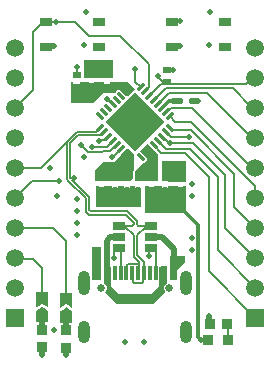
<source format=gtl>
G04*
G04 #@! TF.GenerationSoftware,Altium Limited,Altium Designer,23.4.1 (23)*
G04*
G04 Layer_Physical_Order=1*
G04 Layer_Color=255*
%FSLAX44Y44*%
%MOMM*%
G71*
G04*
G04 #@! TF.SameCoordinates,DEFA907D-C73D-477E-9BAD-7C3FCEA48035*
G04*
G04*
G04 #@! TF.FilePolarity,Positive*
G04*
G01*
G75*
%ADD10C,0.2000*%
%ADD15R,0.3000X1.1500*%
%ADD16R,0.6000X1.1500*%
%ADD17R,0.9906X0.7112*%
G04:AMPARAMS|DCode=18|XSize=0.5mm|YSize=0.6mm|CornerRadius=0.0375mm|HoleSize=0mm|Usage=FLASHONLY|Rotation=270.000|XOffset=0mm|YOffset=0mm|HoleType=Round|Shape=RoundedRectangle|*
%AMROUNDEDRECTD18*
21,1,0.5000,0.5250,0,0,270.0*
21,1,0.4250,0.6000,0,0,270.0*
1,1,0.0750,-0.2625,-0.2125*
1,1,0.0750,-0.2625,0.2125*
1,1,0.0750,0.2625,0.2125*
1,1,0.0750,0.2625,-0.2125*
%
%ADD18ROUNDEDRECTD18*%
G04:AMPARAMS|DCode=19|XSize=0.8mm|YSize=0.9mm|CornerRadius=0.06mm|HoleSize=0mm|Usage=FLASHONLY|Rotation=270.000|XOffset=0mm|YOffset=0mm|HoleType=Round|Shape=RoundedRectangle|*
%AMROUNDEDRECTD19*
21,1,0.8000,0.7800,0,0,270.0*
21,1,0.6800,0.9000,0,0,270.0*
1,1,0.1200,-0.3900,-0.3400*
1,1,0.1200,-0.3900,0.3400*
1,1,0.1200,0.3900,0.3400*
1,1,0.1200,0.3900,-0.3400*
%
%ADD19ROUNDEDRECTD19*%
G04:AMPARAMS|DCode=20|XSize=0.5mm|YSize=0.5mm|CornerRadius=0.0625mm|HoleSize=0mm|Usage=FLASHONLY|Rotation=270.000|XOffset=0mm|YOffset=0mm|HoleType=Round|Shape=RoundedRectangle|*
%AMROUNDEDRECTD20*
21,1,0.5000,0.3750,0,0,270.0*
21,1,0.3750,0.5000,0,0,270.0*
1,1,0.1250,-0.1875,-0.1875*
1,1,0.1250,-0.1875,0.1875*
1,1,0.1250,0.1875,0.1875*
1,1,0.1250,0.1875,-0.1875*
%
%ADD20ROUNDEDRECTD20*%
G04:AMPARAMS|DCode=21|XSize=0.5mm|YSize=0.5mm|CornerRadius=0.0625mm|HoleSize=0mm|Usage=FLASHONLY|Rotation=180.000|XOffset=0mm|YOffset=0mm|HoleType=Round|Shape=RoundedRectangle|*
%AMROUNDEDRECTD21*
21,1,0.5000,0.3750,0,0,180.0*
21,1,0.3750,0.5000,0,0,180.0*
1,1,0.1250,-0.1875,0.1875*
1,1,0.1250,0.1875,0.1875*
1,1,0.1250,0.1875,-0.1875*
1,1,0.1250,-0.1875,-0.1875*
%
%ADD21ROUNDEDRECTD21*%
G04:AMPARAMS|DCode=22|XSize=0.6mm|YSize=1.1mm|CornerRadius=0.045mm|HoleSize=0mm|Usage=FLASHONLY|Rotation=270.000|XOffset=0mm|YOffset=0mm|HoleType=Round|Shape=RoundedRectangle|*
%AMROUNDEDRECTD22*
21,1,0.6000,1.0100,0,0,270.0*
21,1,0.5100,1.1000,0,0,270.0*
1,1,0.0900,-0.5050,-0.2550*
1,1,0.0900,-0.5050,0.2550*
1,1,0.0900,0.5050,0.2550*
1,1,0.0900,0.5050,-0.2550*
%
%ADD22ROUNDEDRECTD22*%
G04:AMPARAMS|DCode=23|XSize=0.8mm|YSize=0.9mm|CornerRadius=0.06mm|HoleSize=0mm|Usage=FLASHONLY|Rotation=0.000|XOffset=0mm|YOffset=0mm|HoleType=Round|Shape=RoundedRectangle|*
%AMROUNDEDRECTD23*
21,1,0.8000,0.7800,0,0,0.0*
21,1,0.6800,0.9000,0,0,0.0*
1,1,0.1200,0.3400,-0.3900*
1,1,0.1200,-0.3400,-0.3900*
1,1,0.1200,-0.3400,0.3900*
1,1,0.1200,0.3400,0.3900*
%
%ADD23ROUNDEDRECTD23*%
G04:AMPARAMS|DCode=24|XSize=0.9mm|YSize=0.8mm|CornerRadius=0.06mm|HoleSize=0mm|Usage=FLASHONLY|Rotation=180.000|XOffset=0mm|YOffset=0mm|HoleType=Round|Shape=RoundedRectangle|*
%AMROUNDEDRECTD24*
21,1,0.9000,0.6800,0,0,180.0*
21,1,0.7800,0.8000,0,0,180.0*
1,1,0.1200,-0.3900,0.3400*
1,1,0.1200,0.3900,0.3400*
1,1,0.1200,0.3900,-0.3400*
1,1,0.1200,-0.3900,-0.3400*
%
%ADD24ROUNDEDRECTD24*%
G04:AMPARAMS|DCode=25|XSize=0.27mm|YSize=0.81mm|CornerRadius=0.0338mm|HoleSize=0mm|Usage=FLASHONLY|Rotation=135.000|XOffset=0mm|YOffset=0mm|HoleType=Round|Shape=RoundedRectangle|*
%AMROUNDEDRECTD25*
21,1,0.2700,0.7425,0,0,135.0*
21,1,0.2025,0.8100,0,0,135.0*
1,1,0.0675,0.1909,0.3341*
1,1,0.0675,0.3341,0.1909*
1,1,0.0675,-0.1909,-0.3341*
1,1,0.0675,-0.3341,-0.1909*
%
%ADD25ROUNDEDRECTD25*%
G04:AMPARAMS|DCode=26|XSize=0.81mm|YSize=0.27mm|CornerRadius=0.0338mm|HoleSize=0mm|Usage=FLASHONLY|Rotation=135.000|XOffset=0mm|YOffset=0mm|HoleType=Round|Shape=RoundedRectangle|*
%AMROUNDEDRECTD26*
21,1,0.8100,0.2025,0,0,135.0*
21,1,0.7425,0.2700,0,0,135.0*
1,1,0.0675,-0.1909,0.3341*
1,1,0.0675,0.3341,-0.1909*
1,1,0.0675,0.1909,-0.3341*
1,1,0.0675,-0.3341,0.1909*
%
%ADD26ROUNDEDRECTD26*%
%ADD47R,1.0000X0.9000*%
%ADD48P,4.9498X4X180.0*%
%ADD49C,0.1764*%
%ADD50C,0.3000*%
%ADD51C,0.5000*%
%ADD52C,0.2032*%
%ADD53C,1.5000*%
%ADD54R,1.5000X1.5000*%
%ADD55O,1.0000X2.1000*%
%ADD56O,1.0000X1.9000*%
%ADD57C,0.6500*%
%ADD58C,0.5000*%
G36*
X41910Y85090D02*
X35560Y78740D01*
Y69850D01*
X29210D01*
Y90170D01*
X41910D01*
Y85090D01*
D02*
G37*
G36*
X-29210Y69850D02*
X-36830D01*
Y97790D01*
X-29210D01*
Y69850D01*
D02*
G37*
G36*
X26670Y66955D02*
X26341Y66819D01*
X25070Y65547D01*
X24381Y63886D01*
Y62088D01*
X25070Y60427D01*
X25603Y59893D01*
X15240Y49530D01*
X-15240D01*
X-25602Y59892D01*
X-25067Y60427D01*
X-24379Y62088D01*
Y63886D01*
X-25067Y65547D01*
X-26339Y66819D01*
X-26670Y66956D01*
Y81280D01*
X-20320D01*
Y64770D01*
X-13970Y58420D01*
X13970D01*
X20320Y64770D01*
Y81280D01*
X26670D01*
Y66955D01*
D02*
G37*
G36*
X-73741Y46911D02*
X-75741Y48161D01*
X-78741Y50161D01*
X-81741Y48161D01*
X-83741Y46911D01*
Y51911D01*
X-73741D01*
Y46911D01*
D02*
G37*
G36*
X-53420Y46490D02*
X-55420Y47740D01*
X-58420Y49740D01*
X-61420Y47740D01*
X-63420Y46490D01*
Y51490D01*
X-53420D01*
Y46490D01*
D02*
G37*
G36*
X-75741Y45411D02*
X-73741Y44161D01*
Y41911D01*
X-83741D01*
Y44161D01*
X-81741Y45411D01*
X-78741Y47411D01*
X-75741Y45411D01*
D02*
G37*
G36*
X-55420Y44990D02*
X-53420Y43740D01*
Y41490D01*
X-63420D01*
Y43740D01*
X-61420Y44990D01*
X-58420Y46990D01*
X-55420Y44990D01*
D02*
G37*
G36*
X-19050Y241300D02*
X-43180D01*
Y256540D01*
X-19050D01*
Y241300D01*
D02*
G37*
G36*
X-635Y231775D02*
X-6350Y226060D01*
X-7620D01*
X-10160Y228600D01*
X-10812D01*
X-12916Y230704D01*
X-13441Y231055D01*
X-14060Y231178D01*
X-14680Y231055D01*
X-15205Y230704D01*
X-16637Y229272D01*
X-16988Y228747D01*
X-17017Y228600D01*
X-26670D01*
X-35560Y219710D01*
X-54610D01*
Y237490D01*
X-52530D01*
Y236180D01*
X-46530D01*
Y237490D01*
X-38830D01*
Y236760D01*
X-34830D01*
Y237490D01*
X-26630D01*
Y235760D01*
X-21630D01*
Y237490D01*
X-6350D01*
X-635Y231775D01*
D02*
G37*
G36*
X19050Y176530D02*
X19050Y153670D01*
X5080Y153670D01*
Y154130D01*
X80D01*
X-543Y155142D01*
Y162017D01*
X6432Y168992D01*
X6729Y168933D01*
X7348Y169056D01*
X7873Y169407D01*
X9305Y170839D01*
X9656Y171364D01*
X9779Y171983D01*
X9720Y172280D01*
X10160Y172720D01*
X3810Y179070D01*
X10160Y185420D01*
X19050Y176530D01*
D02*
G37*
G36*
X-1270D02*
Y163203D01*
X-1500Y162973D01*
X-1896Y162017D01*
Y156814D01*
X-4580Y154130D01*
X-9580D01*
Y154130D01*
X-14740D01*
Y154130D01*
X-19740D01*
Y154130D01*
X-21010Y154130D01*
X-33928D01*
Y162922D01*
X-26670Y170180D01*
X-17780D01*
X-6350Y181610D01*
X-1270Y176530D01*
D02*
G37*
G36*
X43180Y153130D02*
X27940D01*
Y154130D01*
X22940D01*
X22860Y155367D01*
Y170910D01*
X43180D01*
Y153130D01*
D02*
G37*
G36*
X42545Y127000D02*
X8255D01*
Y149860D01*
X12010D01*
Y149130D01*
X16010D01*
Y149860D01*
X22940D01*
Y148130D01*
X27940D01*
Y149860D01*
X36100D01*
Y149130D01*
X40100D01*
Y149860D01*
X42545D01*
Y127000D01*
D02*
G37*
G36*
X80Y148130D02*
X5080D01*
Y132080D01*
X-33020D01*
Y149860D01*
X-30670D01*
Y149130D01*
X-26670D01*
Y149860D01*
X-19740D01*
Y148130D01*
X-14740D01*
Y149860D01*
X-9580D01*
Y148130D01*
X-4580D01*
Y149860D01*
X80D01*
Y148130D01*
D02*
G37*
D10*
X25795Y181201D02*
X46129D01*
X69850Y95250D02*
Y157480D01*
X46129Y181201D02*
X69850Y157480D01*
X29593Y185951D02*
X48999D01*
X76200Y114299D02*
Y158750D01*
X48999Y185951D02*
X76200Y158750D01*
Y114299D02*
X101600Y88899D01*
X69850Y95250D02*
X101600Y63500D01*
X41910Y177800D02*
X62230Y157480D01*
Y77470D02*
X101600Y38100D01*
X62230Y77470D02*
Y157480D01*
X-69849Y114299D02*
X-58419Y102869D01*
Y54989D02*
Y102869D01*
X31477Y196732D02*
X47108D01*
X83820Y160020D01*
Y132079D02*
Y160020D01*
Y132079D02*
X101600Y114299D01*
X26670Y236300D02*
X93928D01*
X19050Y241758D02*
X24130Y236678D01*
Y236300D02*
Y236678D01*
X21972Y236300D02*
X24130D01*
X26670D01*
X19050Y241758D02*
Y242570D01*
X0Y238109D02*
Y248920D01*
X4820Y233289D02*
Y233289D01*
X0Y238109D02*
X4820Y233289D01*
X-101600Y114299D02*
X-69849D01*
X-101600Y88899D02*
X-100331Y87630D01*
X-86360D01*
X-78740Y55410D02*
Y80010D01*
X-86360Y87630D02*
X-78740Y80010D01*
X-58420Y12708D02*
X-58419Y12709D01*
X-23253Y191570D02*
X-22758D01*
X-26335Y188487D02*
X-23253Y191570D01*
X-29906Y188487D02*
X-26335D01*
X-30480Y187913D02*
X-29906Y188487D01*
X-36830Y182880D02*
X-24377D01*
X-45720Y184150D02*
X-39700Y178130D01*
X-28512D01*
X-27573Y179070D02*
X-21610D01*
X-28512Y178130D02*
X-27573Y179070D01*
X-19222Y188034D02*
X-19222D01*
X-24377Y182880D02*
X-19222Y188034D01*
X-49530Y243680D02*
Y250190D01*
X18962Y188034D02*
X25795Y181201D01*
X27542Y186525D02*
X29019D01*
X29593Y185951D01*
X22497Y191570D02*
X27542Y186525D01*
X-24130Y223520D02*
X-23863D01*
X-19490Y219147D01*
X-19222D01*
X19457D02*
X28909Y228600D01*
X60960D02*
X99060Y190500D01*
X28909Y228600D02*
X60960D01*
X15921Y222683D02*
X25649Y232410D01*
X82550D02*
X99060Y215900D01*
X25649Y232410D02*
X82550D01*
X11891Y226218D02*
X21972Y236300D01*
X98928Y241300D02*
X101600D01*
X93928Y236300D02*
X98928Y241300D01*
X18962Y219147D02*
X19457D01*
X48260Y215900D02*
X99061Y165099D01*
X30352Y215900D02*
X48260D01*
X26528Y212076D02*
X30352Y215900D01*
X26033Y212076D02*
X26528D01*
X-21610Y179070D02*
X-16182Y184499D01*
X78140Y19800D02*
X78890Y19050D01*
X78140Y19800D02*
Y32770D01*
X77890Y33020D02*
X78140Y32770D01*
X-15665Y97180D02*
X-13500D01*
X-17665Y89015D02*
Y95180D01*
X-15665Y97180D01*
X-17780Y88900D02*
X-17665Y89015D01*
X13430Y97180D02*
X13500D01*
X11430Y95180D02*
X13430Y97180D01*
X11430Y90170D02*
Y95180D01*
X17500Y75614D02*
Y97180D01*
X-12499Y75614D02*
Y96179D01*
X13500Y97180D02*
X17500D01*
X-13500D02*
X-12499Y96179D01*
X99061Y165099D02*
X101600D01*
X99060Y190500D02*
X101600D01*
X99060Y215900D02*
X101600D01*
X15426Y222683D02*
X15921D01*
X22125Y177800D02*
X41910D01*
X15426Y184499D02*
X22125Y177800D01*
X29568Y198641D02*
X31477Y196732D01*
X-16182Y184499D02*
X-15687D01*
D15*
X17500Y75614D02*
D03*
X-17501D02*
D03*
X-12499D02*
D03*
X-7500D02*
D03*
X-2499D02*
D03*
X2500D02*
D03*
X7501D02*
D03*
X12499D02*
D03*
D16*
X-31999D02*
D03*
X-24001D02*
D03*
X24000D02*
D03*
X31999D02*
D03*
D17*
X30840Y288880D02*
D03*
X75840D02*
D03*
X30840Y267380D02*
D03*
X75840D02*
D03*
X-75840Y288880D02*
D03*
X-30840D02*
D03*
X-75840Y267380D02*
D03*
X-30840D02*
D03*
D18*
X-49530Y243680D02*
D03*
Y233680D02*
D03*
X26670Y247650D02*
D03*
Y237650D02*
D03*
D19*
X-36830Y246260D02*
D03*
Y231260D02*
D03*
X14010Y143630D02*
D03*
Y158630D02*
D03*
X-28670Y143630D02*
D03*
Y158630D02*
D03*
X38100Y143630D02*
D03*
Y158630D02*
D03*
X-78740Y28130D02*
D03*
Y13130D02*
D03*
X-58419Y27709D02*
D03*
Y12709D02*
D03*
D20*
X-24130Y243760D02*
D03*
Y233760D02*
D03*
X25440Y146130D02*
D03*
Y156130D02*
D03*
X2580D02*
D03*
Y146130D02*
D03*
X-7080Y156130D02*
D03*
Y146130D02*
D03*
X-17240Y156130D02*
D03*
Y146130D02*
D03*
D21*
X48100Y221930D02*
D03*
X38100D02*
D03*
D22*
X13500Y97180D02*
D03*
Y106680D02*
D03*
Y116180D02*
D03*
X-13500D02*
D03*
Y106680D02*
D03*
Y97180D02*
D03*
D23*
X62890Y33020D02*
D03*
X77890D02*
D03*
D24*
X78890Y19050D02*
D03*
X61890D02*
D03*
D25*
X29568Y208540D02*
D03*
X26033Y212076D02*
D03*
X22497Y215612D02*
D03*
X18962Y219147D02*
D03*
X15426Y222683D02*
D03*
X11891Y226218D02*
D03*
X8355Y229754D02*
D03*
X4820Y233289D02*
D03*
X-29829Y198641D02*
D03*
X-26293Y195105D02*
D03*
X-22758Y191570D02*
D03*
X-19222Y188034D02*
D03*
X-15687Y184499D02*
D03*
X-12151Y180963D02*
D03*
X-8615Y177428D02*
D03*
X-5080Y173892D02*
D03*
D26*
X4820D02*
D03*
X8355Y177428D02*
D03*
X11891Y180963D02*
D03*
X15426Y184499D02*
D03*
X18962Y188034D02*
D03*
X22497Y191570D02*
D03*
X26033Y195105D02*
D03*
X29568Y198641D02*
D03*
X-5080Y233289D02*
D03*
X-8615Y229754D02*
D03*
X-12151Y226218D02*
D03*
X-15687Y222683D02*
D03*
X-19222Y219147D02*
D03*
X-22758Y215612D02*
D03*
X-26293Y212076D02*
D03*
X-29829Y208540D02*
D03*
D47*
X-78740Y55410D02*
D03*
Y38410D02*
D03*
X-58419Y54989D02*
D03*
Y37989D02*
D03*
D48*
X-130Y203591D02*
D03*
D49*
X26033Y195105D02*
X26344D01*
X29863Y191586D02*
X45536D01*
X26344Y195105D02*
X29863Y191586D01*
X29568Y208540D02*
X33824Y204285D01*
Y204285D02*
X47175D01*
X101600Y149860D01*
Y139699D02*
Y149860D01*
X-86360Y279757D02*
X-77827Y288290D01*
X-86360Y231140D02*
Y279757D01*
X-12700Y276860D02*
X11430Y252730D01*
X8355Y230415D02*
X11430Y233490D01*
X8355Y229754D02*
Y230415D01*
X11430Y233490D02*
Y252730D01*
X-77827Y288290D02*
X-67310D01*
X-39370Y276860D02*
X-12700D01*
X-67310Y288290D02*
X-50800D01*
X-39370Y276860D01*
X-101600Y215900D02*
X-86360Y231140D01*
X30840Y288880D02*
X31520Y289560D01*
X38100D01*
X-53340Y154940D02*
X-38876Y140476D01*
X-56756Y154064D02*
X-41910Y139219D01*
X-55004Y156604D02*
X-54610Y156210D01*
X-55004Y156604D02*
Y185814D01*
X-13500Y116180D02*
X-2551D01*
X2551D02*
X13500D01*
X-58039Y155347D02*
X-56756Y154064D01*
X-58039Y155347D02*
Y187071D01*
X-101600Y139699D02*
X-87629Y153670D01*
X-64770D01*
X-101600Y165099D02*
X-80011D01*
X-58039Y187071D01*
X-55004Y185814D02*
X-48273Y192546D01*
X-29515D01*
X-30372Y198641D02*
X-29829D01*
X-29515Y192546D02*
X-26955Y195105D01*
X-26293D01*
X-58039Y187071D02*
X-49530Y195580D01*
X-33433D02*
X-30372Y198641D01*
X-49530Y195580D02*
X-33433D01*
X-41910Y128047D02*
X-39099Y125236D01*
X-38876Y129304D02*
X-37842Y128270D01*
X-38876Y129304D02*
Y140476D01*
X-41910Y128047D02*
Y139219D01*
X-39099Y125236D02*
X-7973D01*
X-37842Y128270D02*
X-6716D01*
X2934Y82550D02*
Y85484D01*
X-1517Y89936D02*
X2934Y85484D01*
X1988Y83496D02*
X2934Y82550D01*
X-1517Y89936D02*
Y107950D01*
X-6885Y82463D02*
X-5851Y83496D01*
X1988D01*
X2934Y76049D02*
Y82550D01*
X2500Y75614D02*
X2934Y76049D01*
X-6885Y76229D02*
Y82463D01*
X-7500Y75614D02*
X-6885Y76229D01*
X-8865Y115298D02*
X-1517Y107950D01*
X-13500Y116180D02*
X-12618Y115298D01*
X-8865D01*
X12618D02*
X13500Y116180D01*
X8865Y115298D02*
X12618D01*
X1517Y91193D02*
Y107950D01*
X8865Y115298D01*
X1517Y91193D02*
X7501Y85209D01*
Y75614D02*
Y85209D01*
X6883Y74996D02*
X7501Y75614D01*
X6883Y68550D02*
Y74996D01*
X5849Y67516D02*
X6883Y68550D01*
X-2099D02*
X-1066Y67516D01*
X5849D01*
X-2499Y75614D02*
X-2099Y75214D01*
Y68550D02*
Y75214D01*
X-2551Y116180D02*
X-1517Y117214D01*
X-6716Y128270D02*
X1517Y120036D01*
Y117214D02*
Y120036D01*
X-7973Y125236D02*
X-1517Y118780D01*
Y117214D02*
Y118780D01*
X1517Y117214D02*
X2551Y116180D01*
D50*
X38100Y132080D02*
X53340Y116840D01*
Y21807D02*
Y116840D01*
Y21807D02*
X55880Y19267D01*
Y19050D02*
Y19267D01*
X31846Y247650D02*
X31872Y247676D01*
X26670Y247650D02*
X31846D01*
X22497Y215612D02*
X28433Y221547D01*
X31367D01*
X31750Y221930D01*
D51*
X62230Y33680D02*
X62890Y33020D01*
X62230Y33680D02*
Y39370D01*
X-75840Y267380D02*
X-75250Y267970D01*
X-68580D01*
X30840Y267380D02*
X31430Y267970D01*
X38100D01*
X-58419Y27709D02*
Y37989D01*
X-78740Y28130D02*
Y38410D01*
X-58420Y6350D02*
Y12708D01*
X-78740Y6350D02*
Y13130D01*
X22860Y106680D02*
X33020Y96520D01*
X13500Y106680D02*
X22860D01*
X31750Y83820D02*
X33020Y85090D01*
Y96520D01*
X31830Y221850D02*
X38100D01*
X31750Y221930D02*
X31830Y221850D01*
X48100Y221930D02*
X53340D01*
X-24050Y103251D02*
X-21121Y106180D01*
X-14000D01*
X-24050Y75663D02*
Y103251D01*
Y75663D02*
X-24001Y75614D01*
X-14000Y106180D02*
X-13500Y106680D01*
D52*
X-19332Y175207D02*
X-17908D01*
X-19900Y174639D02*
X-19332Y175207D01*
X-17908D02*
X-12151Y180963D01*
D53*
X-101600Y165099D02*
D03*
Y114299D02*
D03*
Y88899D02*
D03*
X-101600Y63500D02*
D03*
X-101600Y139699D02*
D03*
X-101600Y190500D02*
D03*
Y215900D02*
D03*
Y241300D02*
D03*
Y266700D02*
D03*
X101600Y215900D02*
D03*
Y190500D02*
D03*
X101600Y139699D02*
D03*
X101600Y63500D02*
D03*
X101600Y88899D02*
D03*
Y114299D02*
D03*
Y165099D02*
D03*
X101600Y241300D02*
D03*
Y266700D02*
D03*
D54*
X-101600Y38100D02*
D03*
X101600D02*
D03*
D55*
X-43251Y67986D02*
D03*
X43251D02*
D03*
D56*
X-43251Y25986D02*
D03*
X43251D02*
D03*
D57*
X-28899Y62987D02*
D03*
X28901D02*
D03*
D58*
X-5080Y198641D02*
D03*
X-10030Y203591D02*
D03*
X-14979Y208540D02*
D03*
Y198641D02*
D03*
X-130Y193691D02*
D03*
X-5080Y188741D02*
D03*
X4820D02*
D03*
X14719Y198641D02*
D03*
X9769Y203591D02*
D03*
X4820Y208540D02*
D03*
X-130Y213490D02*
D03*
X-5080Y218440D02*
D03*
Y208540D02*
D03*
X4820Y198641D02*
D03*
X14719Y208540D02*
D03*
X4820Y218440D02*
D03*
X48070Y105410D02*
D03*
Y95250D02*
D03*
X62230Y39370D02*
D03*
X55880Y19050D02*
D03*
X-68580Y27940D02*
D03*
X45536Y191586D02*
D03*
X31872Y247676D02*
D03*
X19050Y242570D02*
D03*
X-43180Y269361D02*
D03*
X0Y248920D02*
D03*
X-41910Y297180D02*
D03*
X-68580Y267970D02*
D03*
X-67310Y288290D02*
D03*
X38100Y267970D02*
D03*
X62230Y269240D02*
D03*
X63500Y297180D02*
D03*
X38100Y289560D02*
D03*
X-52070Y156210D02*
D03*
X-64770Y153670D02*
D03*
X-58420Y6350D02*
D03*
X-78740D02*
D03*
X-33020Y93980D02*
D03*
Y86360D02*
D03*
X38100D02*
D03*
X31750Y83820D02*
D03*
X-43267Y173832D02*
D03*
X-72390Y165100D02*
D03*
X-30480Y187913D02*
D03*
X-36830Y182880D02*
D03*
X-45720Y184150D02*
D03*
X-49530Y138430D02*
D03*
Y250190D02*
D03*
X-24130Y252730D02*
D03*
X-36830D02*
D03*
Y223520D02*
D03*
X-49610Y223600D02*
D03*
X29593Y185951D02*
D03*
X-24130Y223520D02*
D03*
X53340Y221930D02*
D03*
X31750D02*
D03*
X-19900Y174639D02*
D03*
X-22860Y160020D02*
D03*
X-66040Y140970D02*
D03*
X-12700Y138430D02*
D03*
X-1270D02*
D03*
X-11430Y160020D02*
D03*
X38100Y167640D02*
D03*
X27940D02*
D03*
X12700Y132080D02*
D03*
X25400D02*
D03*
X38100D02*
D03*
X48260Y151130D02*
D03*
Y140970D02*
D03*
X-49530Y107950D02*
D03*
Y118110D02*
D03*
Y128270D02*
D03*
X-5080Y53340D02*
D03*
X3810D02*
D03*
X-12700D02*
D03*
X11430D02*
D03*
X7620Y17780D02*
D03*
X-8890D02*
D03*
X-17780Y88900D02*
D03*
X11430Y90170D02*
D03*
M02*

</source>
